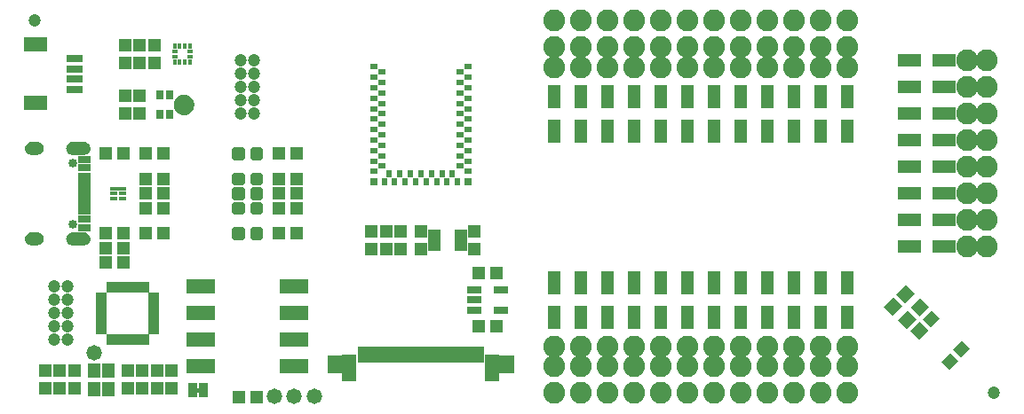
<source format=gts>
G04 EAGLE Gerber RS-274X export*
G75*
%MOMM*%
%FSLAX34Y34*%
%LPD*%
%INSoldermask Top*%
%IPPOS*%
%AMOC8*
5,1,8,0,0,1.08239X$1,22.5*%
G01*
%ADD10R,1.203200X1.303200*%
%ADD11R,1.303200X1.203200*%
%ADD12C,0.505344*%
%ADD13R,0.813200X0.453200*%
%ADD14R,0.763200X0.453200*%
%ADD15R,0.725200X0.928200*%
%ADD16C,1.003200*%
%ADD17C,0.600000*%
%ADD18R,0.403200X0.703200*%
%ADD19R,0.703200X0.403200*%
%ADD20R,1.203200X0.503200*%
%ADD21R,1.203200X0.803200*%
%ADD22C,0.853200*%
%ADD23C,1.203200*%
%ADD24R,2.203200X1.403200*%
%ADD25R,1.553200X0.803200*%
%ADD26R,0.503200X1.603200*%
%ADD27R,1.453200X2.503200*%
%ADD28R,1.603200X1.803200*%
%ADD29R,2.743200X1.473200*%
%ADD30R,1.103200X1.203200*%
%ADD31C,1.473200*%
%ADD32R,0.487800X1.003200*%
%ADD33R,1.003200X0.487800*%
%ADD34R,0.803200X0.603200*%
%ADD35R,0.803200X0.803200*%
%ADD36R,0.603200X0.803200*%
%ADD37R,0.478200X0.453200*%
%ADD38R,0.453200X0.478200*%
%ADD39R,1.403200X0.753200*%
%ADD40R,1.303200X1.403200*%
%ADD41R,1.203200X2.003200*%
%ADD42R,2.203200X1.203200*%
%ADD43C,2.082800*%
%ADD44R,1.203200X2.203200*%
%ADD45R,0.838200X1.473200*%

G36*
X85704Y240354D02*
X85704Y240354D01*
X85707Y240351D01*
X86829Y240506D01*
X86834Y240511D01*
X86838Y240508D01*
X87909Y240879D01*
X87913Y240885D01*
X87918Y240883D01*
X88895Y241456D01*
X88898Y241462D01*
X88903Y241461D01*
X89750Y242214D01*
X89752Y242221D01*
X89757Y242221D01*
X90441Y243124D01*
X90441Y243131D01*
X90446Y243132D01*
X90941Y244151D01*
X90939Y244158D01*
X90944Y244160D01*
X91231Y245257D01*
X91229Y245261D01*
X91231Y245262D01*
X91229Y245264D01*
X91232Y245266D01*
X91299Y246397D01*
X91297Y246401D01*
X91299Y246403D01*
X91232Y247534D01*
X91227Y247539D01*
X91231Y247543D01*
X90944Y248640D01*
X90938Y248644D01*
X90941Y248649D01*
X90446Y249668D01*
X90440Y249671D01*
X90441Y249676D01*
X89757Y250579D01*
X89750Y250581D01*
X89750Y250586D01*
X88903Y251339D01*
X88896Y251339D01*
X88895Y251344D01*
X87918Y251917D01*
X87911Y251916D01*
X87909Y251921D01*
X86838Y252292D01*
X86832Y252289D01*
X86829Y252294D01*
X85707Y252449D01*
X85702Y252446D01*
X85700Y252449D01*
X73700Y252449D01*
X73695Y252446D01*
X73692Y252449D01*
X72425Y252244D01*
X72419Y252238D01*
X72415Y252241D01*
X71225Y251759D01*
X71221Y251752D01*
X71215Y251754D01*
X70162Y251020D01*
X70160Y251012D01*
X70154Y251013D01*
X69291Y250063D01*
X69290Y250054D01*
X69285Y250054D01*
X68655Y248935D01*
X68656Y248927D01*
X68650Y248925D01*
X68285Y247695D01*
X68288Y247687D01*
X68283Y247684D01*
X68201Y246403D01*
X68204Y246399D01*
X68201Y246397D01*
X68283Y245116D01*
X68289Y245110D01*
X68285Y245105D01*
X68650Y243875D01*
X68657Y243870D01*
X68655Y243865D01*
X69285Y242746D01*
X69292Y242743D01*
X69291Y242737D01*
X70154Y241787D01*
X70162Y241786D01*
X70162Y241780D01*
X71215Y241046D01*
X71223Y241046D01*
X71225Y241041D01*
X72415Y240559D01*
X72422Y240561D01*
X72425Y240556D01*
X73692Y240351D01*
X73697Y240354D01*
X73700Y240351D01*
X85700Y240351D01*
X85704Y240354D01*
G37*
G36*
X85704Y153954D02*
X85704Y153954D01*
X85707Y153951D01*
X86829Y154106D01*
X86834Y154111D01*
X86838Y154108D01*
X87909Y154479D01*
X87913Y154485D01*
X87918Y154483D01*
X88895Y155056D01*
X88898Y155062D01*
X88903Y155061D01*
X89750Y155814D01*
X89752Y155821D01*
X89757Y155821D01*
X90441Y156724D01*
X90441Y156731D01*
X90446Y156732D01*
X90941Y157751D01*
X90939Y157758D01*
X90944Y157760D01*
X91231Y158857D01*
X91229Y158861D01*
X91231Y158862D01*
X91229Y158864D01*
X91232Y158866D01*
X91299Y159997D01*
X91297Y160001D01*
X91299Y160003D01*
X91232Y161134D01*
X91227Y161139D01*
X91231Y161143D01*
X90944Y162240D01*
X90938Y162244D01*
X90941Y162249D01*
X90446Y163268D01*
X90440Y163271D01*
X90441Y163276D01*
X89757Y164179D01*
X89750Y164181D01*
X89750Y164186D01*
X88903Y164939D01*
X88896Y164939D01*
X88895Y164944D01*
X87918Y165517D01*
X87911Y165516D01*
X87909Y165521D01*
X86838Y165892D01*
X86832Y165889D01*
X86829Y165894D01*
X85707Y166049D01*
X85702Y166046D01*
X85700Y166049D01*
X73700Y166049D01*
X73695Y166046D01*
X73692Y166049D01*
X72425Y165844D01*
X72419Y165838D01*
X72415Y165841D01*
X71225Y165359D01*
X71221Y165352D01*
X71215Y165354D01*
X70162Y164620D01*
X70160Y164612D01*
X70154Y164613D01*
X69291Y163663D01*
X69290Y163654D01*
X69285Y163654D01*
X68655Y162535D01*
X68656Y162527D01*
X68650Y162525D01*
X68285Y161295D01*
X68288Y161287D01*
X68283Y161284D01*
X68201Y160003D01*
X68204Y159999D01*
X68201Y159997D01*
X68283Y158716D01*
X68289Y158710D01*
X68285Y158705D01*
X68650Y157475D01*
X68657Y157470D01*
X68655Y157465D01*
X69285Y156346D01*
X69292Y156343D01*
X69291Y156337D01*
X70154Y155387D01*
X70162Y155386D01*
X70162Y155380D01*
X71215Y154646D01*
X71223Y154646D01*
X71225Y154641D01*
X72415Y154159D01*
X72422Y154161D01*
X72425Y154156D01*
X73692Y153951D01*
X73697Y153954D01*
X73700Y153951D01*
X85700Y153951D01*
X85704Y153954D01*
G37*
G36*
X40903Y240353D02*
X40903Y240353D01*
X40905Y240351D01*
X42081Y240462D01*
X42086Y240467D01*
X42090Y240464D01*
X43222Y240802D01*
X43226Y240808D01*
X43231Y240806D01*
X44275Y241358D01*
X44278Y241365D01*
X44283Y241363D01*
X45199Y242109D01*
X45200Y242116D01*
X45206Y242116D01*
X45959Y243026D01*
X45959Y243033D01*
X45964Y243034D01*
X46525Y244073D01*
X46524Y244078D01*
X46528Y244080D01*
X46527Y244081D01*
X46529Y244082D01*
X46876Y245211D01*
X46876Y245212D01*
X46877Y245213D01*
X46874Y245217D01*
X46878Y245220D01*
X46999Y246395D01*
X46995Y246402D01*
X46999Y246406D01*
X46842Y247746D01*
X46837Y247752D01*
X46840Y247757D01*
X46389Y249028D01*
X46382Y249033D01*
X46384Y249038D01*
X45662Y250177D01*
X45654Y250180D01*
X45655Y250186D01*
X44697Y251136D01*
X44689Y251137D01*
X44688Y251143D01*
X43543Y251856D01*
X43535Y251855D01*
X43533Y251861D01*
X42257Y252301D01*
X42250Y252299D01*
X42247Y252303D01*
X40905Y252449D01*
X40902Y252447D01*
X40900Y252449D01*
X34900Y252449D01*
X34897Y252447D01*
X34894Y252449D01*
X33565Y252294D01*
X33559Y252288D01*
X33555Y252291D01*
X32294Y251844D01*
X32289Y251837D01*
X32284Y251839D01*
X31154Y251122D01*
X31151Y251115D01*
X31145Y251116D01*
X30203Y250166D01*
X30202Y250157D01*
X30196Y250157D01*
X29489Y249021D01*
X29490Y249013D01*
X29484Y249011D01*
X29048Y247746D01*
X29050Y247738D01*
X29045Y247736D01*
X28901Y246405D01*
X28905Y246399D01*
X28901Y246395D01*
X29011Y245229D01*
X29016Y245224D01*
X29013Y245220D01*
X29348Y244097D01*
X29354Y244093D01*
X29352Y244089D01*
X29900Y243053D01*
X29906Y243050D01*
X29905Y243045D01*
X30644Y242137D01*
X30651Y242135D01*
X30651Y242130D01*
X31553Y241383D01*
X31561Y241383D01*
X31561Y241378D01*
X32592Y240821D01*
X32599Y240822D01*
X32601Y240817D01*
X33720Y240473D01*
X33727Y240475D01*
X33730Y240471D01*
X34895Y240351D01*
X34898Y240353D01*
X34900Y240351D01*
X40900Y240351D01*
X40903Y240353D01*
G37*
G36*
X40903Y153953D02*
X40903Y153953D01*
X40905Y153951D01*
X42081Y154062D01*
X42086Y154067D01*
X42090Y154064D01*
X43222Y154402D01*
X43226Y154408D01*
X43231Y154406D01*
X44275Y154958D01*
X44278Y154965D01*
X44283Y154963D01*
X45199Y155709D01*
X45200Y155716D01*
X45206Y155716D01*
X45959Y156626D01*
X45959Y156633D01*
X45964Y156634D01*
X46525Y157673D01*
X46524Y157678D01*
X46528Y157680D01*
X46527Y157681D01*
X46529Y157682D01*
X46876Y158811D01*
X46876Y158812D01*
X46877Y158813D01*
X46874Y158817D01*
X46878Y158820D01*
X46999Y159995D01*
X46995Y160002D01*
X46999Y160006D01*
X46842Y161346D01*
X46837Y161352D01*
X46840Y161357D01*
X46389Y162628D01*
X46382Y162633D01*
X46384Y162638D01*
X45662Y163777D01*
X45654Y163780D01*
X45655Y163786D01*
X44697Y164736D01*
X44689Y164737D01*
X44688Y164743D01*
X43543Y165456D01*
X43535Y165455D01*
X43533Y165461D01*
X42257Y165901D01*
X42250Y165899D01*
X42247Y165903D01*
X40905Y166049D01*
X40902Y166047D01*
X40900Y166049D01*
X34900Y166049D01*
X34897Y166047D01*
X34894Y166049D01*
X33565Y165894D01*
X33559Y165888D01*
X33555Y165891D01*
X32294Y165444D01*
X32289Y165437D01*
X32284Y165439D01*
X31154Y164722D01*
X31151Y164715D01*
X31145Y164716D01*
X30203Y163766D01*
X30202Y163757D01*
X30196Y163757D01*
X29489Y162621D01*
X29490Y162613D01*
X29484Y162611D01*
X29048Y161346D01*
X29050Y161338D01*
X29045Y161336D01*
X28901Y160005D01*
X28905Y159999D01*
X28901Y159995D01*
X29011Y158829D01*
X29016Y158824D01*
X29013Y158820D01*
X29348Y157697D01*
X29354Y157693D01*
X29352Y157689D01*
X29900Y156653D01*
X29906Y156650D01*
X29905Y156645D01*
X30644Y155737D01*
X30651Y155735D01*
X30651Y155730D01*
X31553Y154983D01*
X31561Y154983D01*
X31561Y154978D01*
X32592Y154421D01*
X32599Y154422D01*
X32601Y154417D01*
X33720Y154073D01*
X33727Y154075D01*
X33730Y154071D01*
X34895Y153951D01*
X34898Y153953D01*
X34900Y153951D01*
X40900Y153951D01*
X40903Y153953D01*
G37*
G36*
X196280Y13347D02*
X196280Y13347D01*
X196346Y13349D01*
X196389Y13367D01*
X196436Y13375D01*
X196493Y13409D01*
X196553Y13434D01*
X196588Y13465D01*
X196629Y13490D01*
X196671Y13541D01*
X196719Y13585D01*
X196741Y13627D01*
X196770Y13664D01*
X196791Y13726D01*
X196822Y13785D01*
X196830Y13839D01*
X196842Y13876D01*
X196841Y13916D01*
X196849Y13970D01*
X196849Y16510D01*
X196838Y16575D01*
X196836Y16641D01*
X196818Y16684D01*
X196810Y16731D01*
X196776Y16788D01*
X196751Y16848D01*
X196720Y16883D01*
X196695Y16924D01*
X196644Y16966D01*
X196600Y17014D01*
X196558Y17036D01*
X196521Y17065D01*
X196459Y17086D01*
X196400Y17117D01*
X196346Y17125D01*
X196309Y17137D01*
X196269Y17136D01*
X196215Y17144D01*
X192405Y17144D01*
X192340Y17133D01*
X192274Y17131D01*
X192231Y17113D01*
X192184Y17105D01*
X192127Y17071D01*
X192067Y17046D01*
X192032Y17015D01*
X191991Y16990D01*
X191950Y16939D01*
X191901Y16895D01*
X191879Y16853D01*
X191850Y16816D01*
X191829Y16754D01*
X191798Y16695D01*
X191790Y16641D01*
X191778Y16604D01*
X191778Y16601D01*
X191779Y16564D01*
X191771Y16510D01*
X191771Y13970D01*
X191782Y13905D01*
X191784Y13839D01*
X191802Y13796D01*
X191810Y13749D01*
X191844Y13692D01*
X191869Y13632D01*
X191900Y13597D01*
X191925Y13556D01*
X191976Y13515D01*
X192020Y13466D01*
X192062Y13444D01*
X192099Y13415D01*
X192161Y13394D01*
X192220Y13363D01*
X192274Y13355D01*
X192311Y13343D01*
X192351Y13344D01*
X192405Y13336D01*
X196215Y13336D01*
X196280Y13347D01*
G37*
D10*
X387350Y167250D03*
X387350Y150250D03*
X457200Y150250D03*
X457200Y167250D03*
X406400Y150250D03*
X406400Y167250D03*
D11*
X160900Y241300D03*
X143900Y241300D03*
X160900Y165100D03*
X143900Y165100D03*
D10*
X168910Y33900D03*
X168910Y16900D03*
X138430Y279790D03*
X138430Y296790D03*
X138430Y345050D03*
X138430Y328050D03*
X152400Y345050D03*
X152400Y328050D03*
D11*
X461400Y76200D03*
X478400Y76200D03*
X478400Y127000D03*
X461400Y127000D03*
D10*
X373380Y167250D03*
X373380Y150250D03*
X359410Y167250D03*
X359410Y150250D03*
D11*
G36*
X873449Y94557D02*
X882663Y103771D01*
X891171Y95263D01*
X881957Y86049D01*
X873449Y94557D01*
G37*
G36*
X861429Y82537D02*
X870643Y91751D01*
X879151Y83243D01*
X869937Y74029D01*
X861429Y82537D01*
G37*
X122800Y137160D03*
X105800Y137160D03*
D10*
X62230Y33900D03*
X62230Y16900D03*
D11*
X122800Y151130D03*
X105800Y151130D03*
D10*
X76200Y33900D03*
X76200Y16900D03*
X127000Y33900D03*
X127000Y16900D03*
D12*
X236020Y185740D02*
X236020Y192720D01*
X236020Y185740D02*
X229040Y185740D01*
X229040Y192720D01*
X236020Y192720D01*
X236020Y190540D02*
X229040Y190540D01*
X253560Y192720D02*
X253560Y185740D01*
X246580Y185740D01*
X246580Y192720D01*
X253560Y192720D01*
X253560Y190540D02*
X246580Y190540D01*
X236020Y199710D02*
X236020Y206690D01*
X236020Y199710D02*
X229040Y199710D01*
X229040Y206690D01*
X236020Y206690D01*
X236020Y204510D02*
X229040Y204510D01*
X253560Y206690D02*
X253560Y199710D01*
X246580Y199710D01*
X246580Y206690D01*
X253560Y206690D01*
X253560Y204510D02*
X246580Y204510D01*
X236020Y213680D02*
X236020Y220660D01*
X236020Y213680D02*
X229040Y213680D01*
X229040Y220660D01*
X236020Y220660D01*
X236020Y218480D02*
X229040Y218480D01*
X253560Y220660D02*
X253560Y213680D01*
X246580Y213680D01*
X246580Y220660D01*
X253560Y220660D01*
X253560Y218480D02*
X246580Y218480D01*
X236020Y237810D02*
X236020Y244790D01*
X236020Y237810D02*
X229040Y237810D01*
X229040Y244790D01*
X236020Y244790D01*
X236020Y242610D02*
X229040Y242610D01*
X253560Y244790D02*
X253560Y237810D01*
X246580Y237810D01*
X246580Y244790D01*
X253560Y244790D01*
X253560Y242610D02*
X246580Y242610D01*
X236020Y168590D02*
X236020Y161610D01*
X229040Y161610D01*
X229040Y168590D01*
X236020Y168590D01*
X236020Y166410D02*
X229040Y166410D01*
X253560Y168590D02*
X253560Y161610D01*
X246580Y161610D01*
X246580Y168590D01*
X253560Y168590D01*
X253560Y166410D02*
X246580Y166410D01*
D13*
X114060Y208200D03*
D14*
X113810Y203200D03*
X113810Y198200D03*
X122410Y198200D03*
X122410Y203200D03*
X122410Y208200D03*
D15*
X167180Y297290D03*
D16*
X180180Y288290D03*
D15*
X157180Y297290D03*
X157180Y279290D03*
X167180Y279290D03*
D17*
X173555Y288290D02*
X173557Y288453D01*
X173563Y288615D01*
X173573Y288777D01*
X173587Y288939D01*
X173605Y289101D01*
X173627Y289262D01*
X173653Y289423D01*
X173682Y289582D01*
X173716Y289742D01*
X173754Y289900D01*
X173795Y290057D01*
X173840Y290213D01*
X173889Y290368D01*
X173942Y290522D01*
X173999Y290674D01*
X174059Y290825D01*
X174123Y290975D01*
X174191Y291123D01*
X174262Y291269D01*
X174337Y291413D01*
X174416Y291555D01*
X174498Y291696D01*
X174583Y291834D01*
X174672Y291971D01*
X174764Y292105D01*
X174859Y292237D01*
X174957Y292366D01*
X175059Y292493D01*
X175163Y292617D01*
X175271Y292739D01*
X175382Y292858D01*
X175495Y292975D01*
X175612Y293088D01*
X175731Y293199D01*
X175853Y293307D01*
X175977Y293411D01*
X176104Y293513D01*
X176233Y293611D01*
X176365Y293706D01*
X176499Y293798D01*
X176636Y293887D01*
X176774Y293972D01*
X176915Y294054D01*
X177057Y294133D01*
X177201Y294208D01*
X177347Y294279D01*
X177495Y294347D01*
X177645Y294411D01*
X177796Y294471D01*
X177948Y294528D01*
X178102Y294581D01*
X178257Y294630D01*
X178413Y294675D01*
X178570Y294716D01*
X178728Y294754D01*
X178888Y294788D01*
X179047Y294817D01*
X179208Y294843D01*
X179369Y294865D01*
X179531Y294883D01*
X179693Y294897D01*
X179855Y294907D01*
X180017Y294913D01*
X180180Y294915D01*
X180343Y294913D01*
X180505Y294907D01*
X180667Y294897D01*
X180829Y294883D01*
X180991Y294865D01*
X181152Y294843D01*
X181313Y294817D01*
X181472Y294788D01*
X181632Y294754D01*
X181790Y294716D01*
X181947Y294675D01*
X182103Y294630D01*
X182258Y294581D01*
X182412Y294528D01*
X182564Y294471D01*
X182715Y294411D01*
X182865Y294347D01*
X183013Y294279D01*
X183159Y294208D01*
X183303Y294133D01*
X183445Y294054D01*
X183586Y293972D01*
X183724Y293887D01*
X183861Y293798D01*
X183995Y293706D01*
X184127Y293611D01*
X184256Y293513D01*
X184383Y293411D01*
X184507Y293307D01*
X184629Y293199D01*
X184748Y293088D01*
X184865Y292975D01*
X184978Y292858D01*
X185089Y292739D01*
X185197Y292617D01*
X185301Y292493D01*
X185403Y292366D01*
X185501Y292237D01*
X185596Y292105D01*
X185688Y291971D01*
X185777Y291834D01*
X185862Y291696D01*
X185944Y291555D01*
X186023Y291413D01*
X186098Y291269D01*
X186169Y291123D01*
X186237Y290975D01*
X186301Y290825D01*
X186361Y290674D01*
X186418Y290522D01*
X186471Y290368D01*
X186520Y290213D01*
X186565Y290057D01*
X186606Y289900D01*
X186644Y289742D01*
X186678Y289582D01*
X186707Y289423D01*
X186733Y289262D01*
X186755Y289101D01*
X186773Y288939D01*
X186787Y288777D01*
X186797Y288615D01*
X186803Y288453D01*
X186805Y288290D01*
X186803Y288127D01*
X186797Y287965D01*
X186787Y287803D01*
X186773Y287641D01*
X186755Y287479D01*
X186733Y287318D01*
X186707Y287157D01*
X186678Y286998D01*
X186644Y286838D01*
X186606Y286680D01*
X186565Y286523D01*
X186520Y286367D01*
X186471Y286212D01*
X186418Y286058D01*
X186361Y285906D01*
X186301Y285755D01*
X186237Y285605D01*
X186169Y285457D01*
X186098Y285311D01*
X186023Y285167D01*
X185944Y285025D01*
X185862Y284884D01*
X185777Y284746D01*
X185688Y284609D01*
X185596Y284475D01*
X185501Y284343D01*
X185403Y284214D01*
X185301Y284087D01*
X185197Y283963D01*
X185089Y283841D01*
X184978Y283722D01*
X184865Y283605D01*
X184748Y283492D01*
X184629Y283381D01*
X184507Y283273D01*
X184383Y283169D01*
X184256Y283067D01*
X184127Y282969D01*
X183995Y282874D01*
X183861Y282782D01*
X183724Y282693D01*
X183586Y282608D01*
X183445Y282526D01*
X183303Y282447D01*
X183159Y282372D01*
X183013Y282301D01*
X182865Y282233D01*
X182715Y282169D01*
X182564Y282109D01*
X182412Y282052D01*
X182258Y281999D01*
X182103Y281950D01*
X181947Y281905D01*
X181790Y281864D01*
X181632Y281826D01*
X181472Y281792D01*
X181313Y281763D01*
X181152Y281737D01*
X180991Y281715D01*
X180829Y281697D01*
X180667Y281683D01*
X180505Y281673D01*
X180343Y281667D01*
X180180Y281665D01*
X180017Y281667D01*
X179855Y281673D01*
X179693Y281683D01*
X179531Y281697D01*
X179369Y281715D01*
X179208Y281737D01*
X179047Y281763D01*
X178888Y281792D01*
X178728Y281826D01*
X178570Y281864D01*
X178413Y281905D01*
X178257Y281950D01*
X178102Y281999D01*
X177948Y282052D01*
X177796Y282109D01*
X177645Y282169D01*
X177495Y282233D01*
X177347Y282301D01*
X177201Y282372D01*
X177057Y282447D01*
X176915Y282526D01*
X176774Y282608D01*
X176636Y282693D01*
X176499Y282782D01*
X176365Y282874D01*
X176233Y282969D01*
X176104Y283067D01*
X175977Y283169D01*
X175853Y283273D01*
X175731Y283381D01*
X175612Y283492D01*
X175495Y283605D01*
X175382Y283722D01*
X175271Y283841D01*
X175163Y283963D01*
X175059Y284087D01*
X174957Y284214D01*
X174859Y284343D01*
X174764Y284475D01*
X174672Y284609D01*
X174583Y284746D01*
X174498Y284884D01*
X174416Y285025D01*
X174337Y285167D01*
X174262Y285311D01*
X174191Y285457D01*
X174123Y285605D01*
X174059Y285755D01*
X173999Y285906D01*
X173942Y286058D01*
X173889Y286212D01*
X173840Y286367D01*
X173795Y286523D01*
X173754Y286680D01*
X173716Y286838D01*
X173682Y286998D01*
X173653Y287157D01*
X173627Y287318D01*
X173605Y287479D01*
X173587Y287641D01*
X173573Y287803D01*
X173563Y287965D01*
X173557Y288127D01*
X173555Y288290D01*
D18*
X186680Y288290D03*
D19*
X180180Y281790D03*
X180180Y294790D03*
D18*
X173680Y288290D03*
D20*
X85500Y195700D03*
X85500Y200700D03*
D21*
X85500Y170950D03*
X85500Y178700D03*
D20*
X85500Y185700D03*
X85500Y190700D03*
X85500Y210700D03*
X85500Y205700D03*
D21*
X85500Y235450D03*
X85500Y227700D03*
D20*
X85500Y220700D03*
X85500Y215700D03*
D22*
X74450Y232100D03*
X74450Y174300D03*
D23*
X247650Y292100D03*
X247650Y304800D03*
X247650Y317500D03*
X247650Y330200D03*
X247650Y279400D03*
X234950Y292100D03*
X234950Y304800D03*
X234950Y317500D03*
X234950Y330200D03*
X234950Y279400D03*
X69850Y76200D03*
X69850Y88900D03*
X69850Y101600D03*
X69850Y114300D03*
X69850Y63500D03*
X57150Y76200D03*
X57150Y88900D03*
X57150Y101600D03*
X57150Y114300D03*
X57150Y63500D03*
D24*
X39450Y345500D03*
X39450Y289500D03*
D25*
X76200Y332500D03*
X76200Y322500D03*
X76200Y312500D03*
X76200Y302500D03*
D26*
X463900Y49400D03*
D27*
X338150Y36900D03*
D28*
X324900Y40400D03*
X487900Y40400D03*
D27*
X474650Y36900D03*
D26*
X458900Y49400D03*
X453900Y49400D03*
X448900Y49400D03*
X443900Y49400D03*
X438900Y49400D03*
X433900Y49400D03*
X428900Y49400D03*
X423900Y49400D03*
X418900Y49400D03*
X413900Y49400D03*
X408900Y49400D03*
X403900Y49400D03*
X398900Y49400D03*
X393900Y49400D03*
X388900Y49400D03*
X383900Y49400D03*
X378900Y49400D03*
X373900Y49400D03*
X368900Y49400D03*
X363900Y49400D03*
X358900Y49400D03*
X353900Y49400D03*
X348900Y49400D03*
D11*
X270900Y189230D03*
X287900Y189230D03*
D10*
X48260Y16900D03*
X48260Y33900D03*
D11*
G36*
X859479Y107257D02*
X868693Y116471D01*
X877201Y107963D01*
X867987Y98749D01*
X859479Y107257D01*
G37*
G36*
X847459Y95237D02*
X856673Y104451D01*
X865181Y95943D01*
X855967Y86729D01*
X847459Y95237D01*
G37*
X232800Y8890D03*
X249800Y8890D03*
D10*
X124460Y296790D03*
X124460Y279790D03*
X124460Y328050D03*
X124460Y345050D03*
D11*
X143900Y189230D03*
X160900Y189230D03*
X143900Y203200D03*
X160900Y203200D03*
X143900Y217170D03*
X160900Y217170D03*
D10*
X140970Y33900D03*
X140970Y16900D03*
D11*
X270900Y203200D03*
X287900Y203200D03*
D10*
X154940Y33900D03*
X154940Y16900D03*
D11*
X270900Y217170D03*
X287900Y217170D03*
X270900Y241300D03*
X287900Y241300D03*
X270900Y165100D03*
X287900Y165100D03*
X105800Y165100D03*
X122800Y165100D03*
X122800Y241300D03*
X105800Y241300D03*
D29*
X196850Y38100D03*
X196850Y63500D03*
X196850Y88900D03*
X196850Y114300D03*
X285750Y114300D03*
X285750Y88900D03*
X285750Y63500D03*
X285750Y38100D03*
D30*
G36*
X921500Y46507D02*
X913699Y54308D01*
X922206Y62815D01*
X930007Y55014D01*
X921500Y46507D01*
G37*
G36*
X910186Y35193D02*
X902385Y42994D01*
X910892Y51501D01*
X918693Y43700D01*
X910186Y35193D01*
G37*
G36*
X881194Y64185D02*
X873393Y71986D01*
X881900Y80493D01*
X889701Y72692D01*
X881194Y64185D01*
G37*
G36*
X892508Y75499D02*
X884707Y83300D01*
X893214Y91807D01*
X901015Y84006D01*
X892508Y75499D01*
G37*
D31*
X304800Y9525D03*
X266700Y9525D03*
X285750Y9525D03*
X95250Y50800D03*
D32*
X144500Y113900D03*
X139500Y113900D03*
X134500Y113900D03*
X129500Y113900D03*
X124500Y113900D03*
X119500Y113900D03*
X114500Y113900D03*
X109500Y113900D03*
D33*
X102000Y106400D03*
X102000Y101400D03*
X102000Y96400D03*
X102000Y91400D03*
X102000Y86400D03*
X102000Y81400D03*
X102000Y76400D03*
X102000Y71400D03*
D32*
X109500Y63900D03*
X114500Y63900D03*
X119500Y63900D03*
X124500Y63900D03*
X129500Y63900D03*
X134500Y63900D03*
X139500Y63900D03*
X144500Y63900D03*
D33*
X152000Y71400D03*
X152000Y76400D03*
X152000Y81400D03*
X152000Y86400D03*
X152000Y91400D03*
X152000Y96400D03*
X152000Y101400D03*
X152000Y106400D03*
D34*
X361400Y324400D03*
X369400Y319400D03*
X361400Y314400D03*
X369400Y309400D03*
X361400Y304400D03*
X369400Y299400D03*
X361400Y294400D03*
X369400Y289400D03*
X361400Y284400D03*
X369400Y279400D03*
X361400Y274400D03*
X369400Y269400D03*
X361400Y264400D03*
X369400Y259400D03*
X361400Y254400D03*
X369400Y249400D03*
X361400Y244400D03*
X369400Y239400D03*
X361400Y234400D03*
X369400Y229400D03*
X361400Y224400D03*
D35*
X361400Y214400D03*
D36*
X371400Y214400D03*
X376400Y222400D03*
X381400Y214400D03*
X386400Y222400D03*
X391400Y214400D03*
X396400Y222400D03*
X401400Y214400D03*
X406400Y222400D03*
X411400Y214400D03*
X416400Y222400D03*
X421400Y214400D03*
X426400Y222400D03*
X431400Y214400D03*
X436400Y222400D03*
X441400Y214400D03*
D35*
X451400Y214400D03*
D34*
X451400Y224400D03*
X443400Y229400D03*
X451400Y234400D03*
X443400Y239400D03*
X451400Y244400D03*
X443400Y249400D03*
X451400Y254400D03*
X443400Y259400D03*
X451400Y264400D03*
X443400Y269400D03*
X451400Y274400D03*
X443400Y279400D03*
X451400Y284400D03*
X443400Y289400D03*
X451400Y294400D03*
X443400Y299400D03*
X451400Y304400D03*
X443400Y309400D03*
X451400Y314400D03*
X443400Y319400D03*
X451400Y324400D03*
D37*
X186570Y334050D03*
X186570Y339050D03*
X171570Y339050D03*
X171570Y334050D03*
D38*
X171570Y329050D03*
X176570Y329050D03*
X186570Y329050D03*
X181570Y329050D03*
X186570Y344050D03*
X181570Y344050D03*
X176570Y344050D03*
X171570Y344050D03*
D39*
X456899Y111100D03*
X456899Y101600D03*
X456899Y92100D03*
X482901Y92100D03*
X482901Y111100D03*
D40*
X108700Y16860D03*
X108700Y33860D03*
X94700Y33860D03*
X94700Y16860D03*
D41*
X419300Y158750D03*
X444300Y158750D03*
D42*
X872500Y177800D03*
X872500Y228600D03*
X872500Y279400D03*
X905500Y152400D03*
X905500Y203200D03*
X905500Y254000D03*
X905500Y304800D03*
X905500Y330200D03*
X872500Y304800D03*
X905500Y279400D03*
X872500Y254000D03*
X905500Y228600D03*
X872500Y203200D03*
X905500Y177800D03*
X872500Y152400D03*
X872500Y330200D03*
D43*
X946150Y330200D03*
X946150Y304800D03*
X946150Y279400D03*
X946150Y254000D03*
X946150Y228600D03*
X946150Y203200D03*
X946150Y177800D03*
X946150Y152400D03*
X927100Y330200D03*
X927100Y304800D03*
X927100Y279400D03*
X927100Y254000D03*
X927100Y228600D03*
X927100Y203200D03*
X927100Y177800D03*
X927100Y152400D03*
X812800Y38100D03*
X787400Y38100D03*
X762000Y38100D03*
X736600Y38100D03*
X711200Y38100D03*
X685800Y38100D03*
X660400Y38100D03*
X635000Y38100D03*
X609600Y38100D03*
X584200Y38100D03*
X558800Y38100D03*
X533400Y38100D03*
X533400Y342900D03*
X558800Y342900D03*
X584200Y342900D03*
X609600Y342900D03*
X635000Y342900D03*
X660400Y342900D03*
X685800Y342900D03*
X711200Y342900D03*
X736600Y342900D03*
X762000Y342900D03*
X787400Y342900D03*
X812800Y342900D03*
X812800Y12700D03*
X787400Y12700D03*
X762000Y12700D03*
X736600Y12700D03*
X711200Y12700D03*
X685800Y12700D03*
X660400Y12700D03*
X635000Y12700D03*
X609600Y12700D03*
X584200Y12700D03*
X558800Y12700D03*
X533400Y12700D03*
X533400Y368300D03*
X558800Y368300D03*
X584200Y368300D03*
X609600Y368300D03*
X635000Y368300D03*
X660400Y368300D03*
X685800Y368300D03*
X711200Y368300D03*
X736600Y368300D03*
X762000Y368300D03*
X787400Y368300D03*
X812800Y368300D03*
X812800Y57150D03*
X787400Y57150D03*
X762000Y57150D03*
X736600Y57150D03*
X711200Y57150D03*
X685800Y57150D03*
X660400Y57150D03*
X635000Y57150D03*
X609600Y57150D03*
X584200Y57150D03*
X558800Y57150D03*
X533400Y57150D03*
X533400Y323850D03*
X558800Y323850D03*
X584200Y323850D03*
X609600Y323850D03*
X635000Y323850D03*
X660400Y323850D03*
X685800Y323850D03*
X711200Y323850D03*
X736600Y323850D03*
X762000Y323850D03*
X787400Y323850D03*
X812800Y323850D03*
D44*
X787400Y262900D03*
X736600Y262900D03*
X812800Y295900D03*
X762000Y295900D03*
X736600Y295900D03*
X762000Y262900D03*
X787400Y295900D03*
X812800Y262900D03*
X762000Y118100D03*
X812800Y118100D03*
X736600Y85100D03*
X787400Y85100D03*
X812800Y85100D03*
X787400Y118100D03*
X762000Y85100D03*
X736600Y118100D03*
X685800Y262900D03*
X635000Y262900D03*
X584200Y262900D03*
X711200Y295900D03*
X660400Y295900D03*
X609600Y295900D03*
X558800Y295900D03*
X533400Y295900D03*
X558800Y262900D03*
X584200Y295900D03*
X609600Y262900D03*
X635000Y295900D03*
X660400Y262900D03*
X685800Y295900D03*
X711200Y262900D03*
X533400Y262900D03*
X558800Y118100D03*
X609600Y118100D03*
X660400Y118100D03*
X533400Y85100D03*
X584200Y85100D03*
X635000Y85100D03*
X685800Y85100D03*
X711200Y85100D03*
X685800Y118100D03*
X660400Y85100D03*
X635000Y118100D03*
X609600Y85100D03*
X584200Y118100D03*
X558800Y85100D03*
X533400Y118100D03*
X711200Y118100D03*
D45*
X189230Y15240D03*
X199390Y15240D03*
D23*
X38100Y368300D03*
X952500Y12700D03*
M02*

</source>
